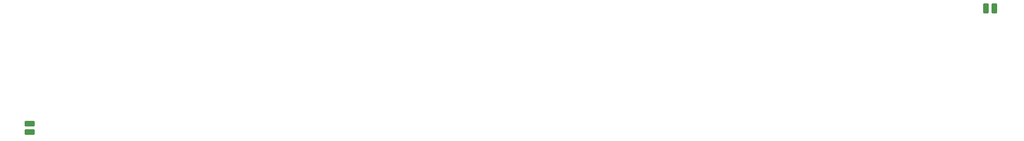
<source format=gtp>
G04 Layer_Color=8421504*
%FSLAX25Y25*%
%MOIN*%
G70*
G01*
G75*
G04:AMPARAMS|DCode=11|XSize=31.5mil|YSize=62.99mil|CornerRadius=7.87mil|HoleSize=0mil|Usage=FLASHONLY|Rotation=0.000|XOffset=0mil|YOffset=0mil|HoleType=Round|Shape=RoundedRectangle|*
%AMROUNDEDRECTD11*
21,1,0.03150,0.04724,0,0,0.0*
21,1,0.01575,0.06299,0,0,0.0*
1,1,0.01575,0.00787,-0.02362*
1,1,0.01575,-0.00787,-0.02362*
1,1,0.01575,-0.00787,0.02362*
1,1,0.01575,0.00787,0.02362*
%
%ADD11ROUNDEDRECTD11*%
G04:AMPARAMS|DCode=12|XSize=31.5mil|YSize=62.99mil|CornerRadius=7.87mil|HoleSize=0mil|Usage=FLASHONLY|Rotation=90.000|XOffset=0mil|YOffset=0mil|HoleType=Round|Shape=RoundedRectangle|*
%AMROUNDEDRECTD12*
21,1,0.03150,0.04724,0,0,90.0*
21,1,0.01575,0.06299,0,0,90.0*
1,1,0.01575,0.02362,0.00787*
1,1,0.01575,0.02362,-0.00787*
1,1,0.01575,-0.02362,-0.00787*
1,1,0.01575,-0.02362,0.00787*
%
%ADD12ROUNDEDRECTD12*%
D11*
X826700Y293700D02*
D03*
X821779D02*
D03*
D12*
X252600Y220079D02*
D03*
Y225000D02*
D03*
M02*

</source>
